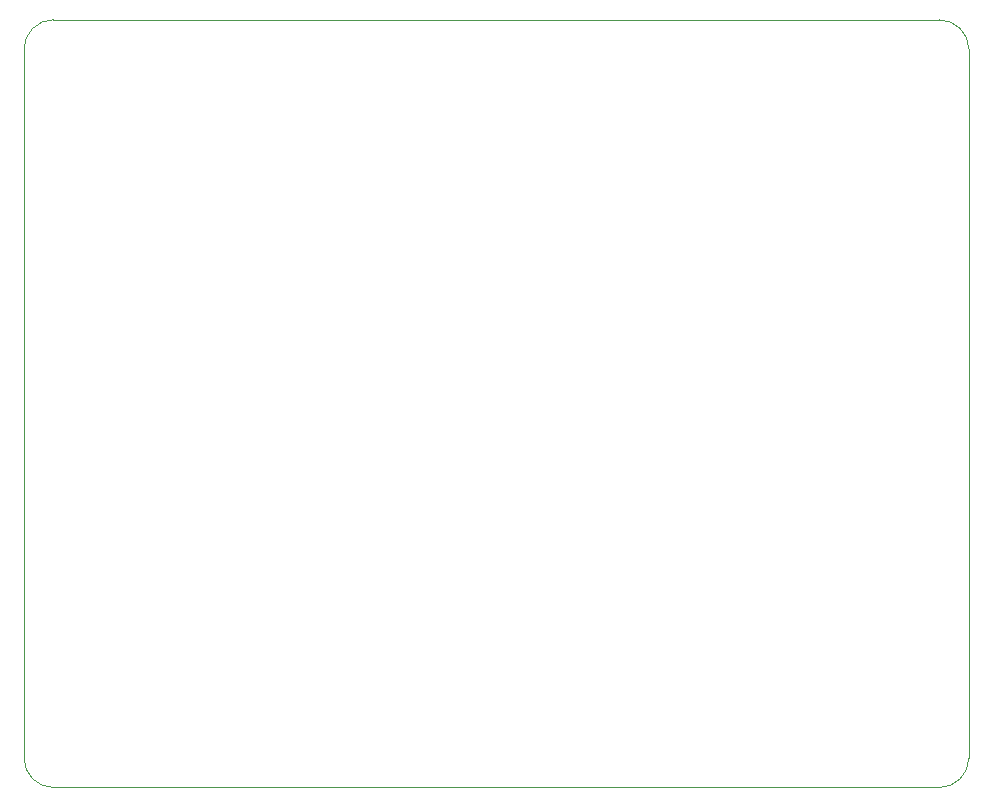
<source format=gbr>
%TF.GenerationSoftware,KiCad,Pcbnew,8.0.3-8.0.3-0~ubuntu22.04.1*%
%TF.CreationDate,2024-08-07T12:57:25+03:00*%
%TF.ProjectId,control_body,636f6e74-726f-46c5-9f62-6f64792e6b69,rev?*%
%TF.SameCoordinates,Original*%
%TF.FileFunction,Profile,NP*%
%FSLAX46Y46*%
G04 Gerber Fmt 4.6, Leading zero omitted, Abs format (unit mm)*
G04 Created by KiCad (PCBNEW 8.0.3-8.0.3-0~ubuntu22.04.1) date 2024-08-07 12:57:25*
%MOMM*%
%LPD*%
G01*
G04 APERTURE LIST*
%TA.AperFunction,Profile*%
%ADD10C,0.050000*%
%TD*%
G04 APERTURE END LIST*
D10*
X110000000Y-62500000D02*
X185000000Y-62500000D01*
X110000000Y-127500000D02*
G75*
G02*
X107500000Y-125000000I0J2500000D01*
G01*
X107500000Y-65000000D02*
G75*
G02*
X110000000Y-62500000I2500000J0D01*
G01*
X107500000Y-125000000D02*
X107500000Y-65000000D01*
X185000000Y-62500000D02*
G75*
G02*
X187500000Y-65000000I0J-2500000D01*
G01*
X185000000Y-127500000D02*
X110000000Y-127500000D01*
X187500000Y-125000000D02*
G75*
G02*
X185000000Y-127500000I-2500000J0D01*
G01*
X187500000Y-65000000D02*
X187500000Y-125000000D01*
M02*

</source>
